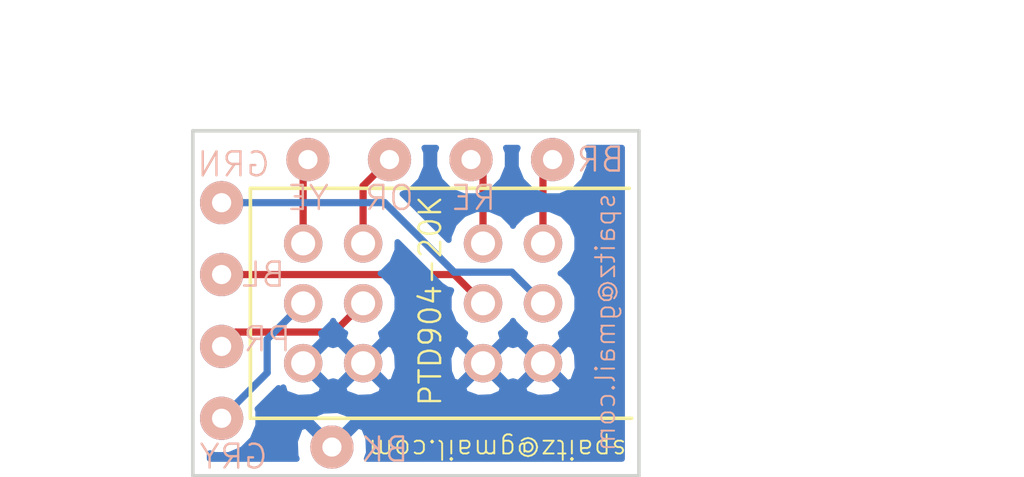
<source format=kicad_pcb>
(kicad_pcb (version 4) (host pcbnew 4.0.5)

  (general
    (links 12)
    (no_connects 0)
    (area 143.566667 80.95 186.675001 103.241242)
    (thickness 1.6)
    (drawings 18)
    (tracks 26)
    (zones 0)
    (modules 11)
    (nets 10)
  )

  (page A4)
  (layers
    (0 F.Cu signal)
    (31 B.Cu signal)
    (32 B.Adhes user)
    (33 F.Adhes user)
    (34 B.Paste user)
    (35 F.Paste user)
    (36 B.SilkS user)
    (37 F.SilkS user)
    (38 B.Mask user)
    (39 F.Mask user)
    (40 Dwgs.User user)
    (41 Cmts.User user)
    (42 Eco1.User user)
    (43 Eco2.User user)
    (44 Edge.Cuts user)
    (45 Margin user)
    (46 B.CrtYd user)
    (47 F.CrtYd user)
    (48 B.Fab user)
    (49 F.Fab user)
  )

  (setup
    (last_trace_width 0.3)
    (trace_clearance 0.2)
    (zone_clearance 0.508)
    (zone_45_only no)
    (trace_min 0.2)
    (segment_width 0.1)
    (edge_width 0.15)
    (via_size 0.6)
    (via_drill 0.4)
    (via_min_size 0.4)
    (via_min_drill 0.3)
    (uvia_size 0.3)
    (uvia_drill 0.1)
    (uvias_allowed no)
    (uvia_min_size 0.2)
    (uvia_min_drill 0.1)
    (pcb_text_width 0.1)
    (pcb_text_size 1 1)
    (mod_edge_width 0.1)
    (mod_text_size 1 1)
    (mod_text_width 0.1)
    (pad_size 1.524 1.524)
    (pad_drill 0.762)
    (pad_to_mask_clearance 0.2)
    (aux_axis_origin 0 0)
    (visible_elements FFFFFF7F)
    (pcbplotparams
      (layerselection 0x00030_80000001)
      (usegerberextensions false)
      (excludeedgelayer true)
      (linewidth 0.100000)
      (plotframeref false)
      (viasonmask false)
      (mode 1)
      (useauxorigin false)
      (hpglpennumber 1)
      (hpglpenspeed 20)
      (hpglpendiameter 15)
      (hpglpenoverlay 2)
      (psnegative false)
      (psa4output false)
      (plotreference true)
      (plotvalue true)
      (plotinvisibletext false)
      (padsonsilk false)
      (subtractmaskfromsilk false)
      (outputformat 1)
      (mirror false)
      (drillshape 1)
      (scaleselection 1)
      (outputdirectory ""))
  )

  (net 0 "")
  (net 1 "Net-(P1-Pad1)")
  (net 2 "Net-(P2-Pad1)")
  (net 3 "Net-(P3-Pad1)")
  (net 4 "Net-(P4-Pad1)")
  (net 5 "Net-(P5-Pad1)")
  (net 6 "Net-(P6-Pad1)")
  (net 7 "Net-(P7-Pad1)")
  (net 8 "Net-(P8-Pad1)")
  (net 9 GND)

  (net_class Default "This is the default net class."
    (clearance 0.2)
    (trace_width 0.3)
    (via_dia 0.6)
    (via_drill 0.4)
    (uvia_dia 0.3)
    (uvia_drill 0.1)
    (add_net GND)
    (add_net "Net-(P1-Pad1)")
    (add_net "Net-(P2-Pad1)")
    (add_net "Net-(P3-Pad1)")
    (add_net "Net-(P4-Pad1)")
    (add_net "Net-(P5-Pad1)")
    (add_net "Net-(P6-Pad1)")
    (add_net "Net-(P7-Pad1)")
    (add_net "Net-(P8-Pad1)")
  )

  (module Pot_Bourns-PTD90-double-quad (layer F.Cu) (tedit 58E2ABE8) (tstamp 58DAAEA1)
    (at 171.4 93.2 180)
    (descr "Potentiometer, double, dual,  Alps, RK97, single,")
    (tags "Potentiometer, double, dual, Alps, RK16, single, RevA, 30 July 2010,")
    (path /58DAAC50)
    (fp_text reference RV2 (at -2.54 0 180) (layer F.SilkS) hide
      (effects (font (thickness 0.3048)))
    )
    (fp_text value POT_Dual (at 2.776 -0.3 270) (layer F.SilkS) hide
      (effects (font (size 1 1) (thickness 0.15)))
    )
    (fp_line (start 0 3) (end 0 4.8) (layer Cmts.User) (width 0.15))
    (fp_line (start 0 4.8) (end 1.3 4.8) (layer Cmts.User) (width 0.15))
    (fp_line (start 0 -3) (end 0 -4.8) (layer Cmts.User) (width 0.15))
    (fp_line (start 0 -4.8) (end 1.1 -4.8) (layer Cmts.User) (width 0.15))
    (fp_line (start 17.2 -4.8) (end 17.2 4.8) (layer F.SilkS) (width 0.15))
    (fp_line (start 0 -3) (end 0 3) (layer Cmts.User) (width 0.15))
    (fp_line (start 1.4 4.8) (end 17.2 4.8) (layer F.SilkS) (width 0.15))
    (fp_line (start 17.1 -4.8) (end 1.3 -4.8) (layer F.SilkS) (width 0.15))
    (fp_line (start 0 -3) (end -15 -3) (layer Cmts.User) (width 0.15))
    (fp_line (start -15 -3) (end -15 3) (layer Cmts.User) (width 0.15))
    (fp_line (start -15 3) (end 0 3) (layer Cmts.User) (width 0.15))
    (pad 6 thru_hole circle (at 7.5 2.5 180) (size 1.6 1.6) (drill 1) (layers *.Cu *.Mask B.SilkS)
      (net 4 "Net-(P4-Pad1)"))
    (pad 3 thru_hole circle (at 5 2.5 180) (size 1.6 1.6) (drill 1) (layers *.Cu *.Mask B.SilkS)
      (net 3 "Net-(P3-Pad1)"))
    (pad 4 thru_hole circle (at 7.5 -2.5 180) (size 1.6 1.6) (drill 1) (layers *.Cu *.Mask B.SilkS)
      (net 9 GND))
    (pad 2 thru_hole circle (at 5 0 180) (size 1.6 1.6) (drill 1) (layers *.Cu *.Mask B.SilkS)
      (net 7 "Net-(P7-Pad1)"))
    (pad 5 thru_hole circle (at 7.5 0 180) (size 1.6 1.6) (drill 1) (layers *.Cu *.Mask B.SilkS)
      (net 8 "Net-(P8-Pad1)"))
    (pad 1 thru_hole circle (at 5 -2.5 180) (size 1.6 1.6) (drill 1) (layers *.Cu *.Mask B.SilkS)
      (net 9 GND))
  )

  (module Spino:SolderWirePad_single_0-8mmDrill (layer F.Cu) (tedit 58DCADF8) (tstamp 58DAAB04)
    (at 166.8 87.2 180)
    (path /58DAAF61)
    (fp_text reference P3 (at 0 2.54 180) (layer F.SilkS) hide
      (effects (font (thickness 0.3048)))
    )
    (fp_text value "IN 3" (at 0 -2.54 180) (layer F.SilkS) hide
      (effects (font (size 1.50114 1.50114) (thickness 0.20066)))
    )
    (pad 1 thru_hole circle (at 0 0 180) (size 1.8 1.8) (drill 0.8) (layers *.Cu *.Mask B.SilkS)
      (net 3 "Net-(P3-Pad1)"))
  )

  (module Spino:Pot_Bourns-PTD90-double-quad (layer F.Cu) (tedit 58DBFC87) (tstamp 58DAAE89)
    (at 163.9 93.2 180)
    (descr "Potentiometer, double, dual,  Alps, RK97, single,")
    (tags "Potentiometer, double, dual, Alps, RK16, single, RevA, 30 July 2010,")
    (path /58DAABF4)
    (fp_text reference RV1 (at -2.54 0 180) (layer F.SilkS) hide
      (effects (font (thickness 0.3048)))
    )
    (fp_text value POT_Dual (at 2.776 -0.3 270) (layer F.SilkS) hide
      (effects (font (size 1 1) (thickness 0.15)))
    )
    (pad 6 thru_hole circle (at 7.5 2.5 180) (size 1.6 1.6) (drill 1) (layers *.Cu *.Mask B.SilkS)
      (net 2 "Net-(P2-Pad1)"))
    (pad 3 thru_hole circle (at 5 2.5 180) (size 1.6 1.6) (drill 1) (layers *.Cu *.Mask B.SilkS)
      (net 1 "Net-(P1-Pad1)"))
    (pad 4 thru_hole circle (at 7.5 -2.5 180) (size 1.6 1.6) (drill 1) (layers *.Cu *.Mask B.SilkS)
      (net 9 GND))
    (pad 2 thru_hole circle (at 5 0 180) (size 1.6 1.6) (drill 1) (layers *.Cu *.Mask B.SilkS)
      (net 5 "Net-(P5-Pad1)"))
    (pad 5 thru_hole circle (at 7.5 0 180) (size 1.6 1.6) (drill 1) (layers *.Cu *.Mask B.SilkS)
      (net 6 "Net-(P6-Pad1)"))
    (pad 1 thru_hole circle (at 5 -2.5 180) (size 1.6 1.6) (drill 1) (layers *.Cu *.Mask B.SilkS)
      (net 9 GND))
  )

  (module Spino:SolderWirePad_single_0-8mmDrill (layer F.Cu) (tedit 58D678DA) (tstamp 58DAAAFA)
    (at 160 87.2 180)
    (path /58DAAEF9)
    (fp_text reference P1 (at 0 2.54 180) (layer F.SilkS) hide
      (effects (font (thickness 0.3048)))
    )
    (fp_text value "IN 1" (at 0 -2.54 180) (layer F.SilkS) hide
      (effects (font (size 1.50114 1.50114) (thickness 0.20066)))
    )
    (pad 1 thru_hole circle (at 0 0 180) (size 1.8 1.8) (drill 0.8) (layers *.Cu *.Mask B.SilkS)
      (net 1 "Net-(P1-Pad1)"))
  )

  (module Spino:SolderWirePad_single_0-8mmDrill (layer F.Cu) (tedit 58D678DA) (tstamp 58DAAAFF)
    (at 156.6 87.2 180)
    (path /58DAAF31)
    (fp_text reference P2 (at 0 2.54 180) (layer F.SilkS) hide
      (effects (font (thickness 0.3048)))
    )
    (fp_text value "IN 2" (at 0 -2.54 180) (layer F.SilkS) hide
      (effects (font (size 1.50114 1.50114) (thickness 0.20066)))
    )
    (pad 1 thru_hole circle (at 0 0 180) (size 1.8 1.8) (drill 0.8) (layers *.Cu *.Mask B.SilkS)
      (net 2 "Net-(P2-Pad1)"))
  )

  (module Spino:SolderWirePad_single_0-8mmDrill (layer F.Cu) (tedit 58D678DA) (tstamp 58DAAB09)
    (at 163.4 87.2 180)
    (path /58DAAF9E)
    (fp_text reference P4 (at 0 2.54 180) (layer F.SilkS) hide
      (effects (font (thickness 0.3048)))
    )
    (fp_text value "IN 4" (at 0 -2.54 180) (layer F.SilkS) hide
      (effects (font (size 1.50114 1.50114) (thickness 0.20066)))
    )
    (pad 1 thru_hole circle (at 0 0 180) (size 1.8 1.8) (drill 0.8) (layers *.Cu *.Mask B.SilkS)
      (net 4 "Net-(P4-Pad1)"))
  )

  (module Spino:SolderWirePad_single_0-8mmDrill (layer F.Cu) (tedit 58D678DA) (tstamp 58DAAB0E)
    (at 153 95 180)
    (path /58DAADE1)
    (fp_text reference P5 (at 0 2.54 180) (layer F.SilkS) hide
      (effects (font (thickness 0.3048)))
    )
    (fp_text value "OUT 1" (at 0 -2.54 180) (layer F.SilkS) hide
      (effects (font (size 1.50114 1.50114) (thickness 0.20066)))
    )
    (pad 1 thru_hole circle (at 0 0 180) (size 1.8 1.8) (drill 0.8) (layers *.Cu *.Mask B.SilkS)
      (net 5 "Net-(P5-Pad1)"))
  )

  (module Spino:SolderWirePad_single_0-8mmDrill (layer F.Cu) (tedit 58D678DA) (tstamp 58DAAB13)
    (at 153 98 180)
    (path /58DAAE10)
    (fp_text reference P6 (at 0 2.54 180) (layer F.SilkS) hide
      (effects (font (thickness 0.3048)))
    )
    (fp_text value "OUT 2" (at 0 -2.54 180) (layer F.SilkS) hide
      (effects (font (size 1.50114 1.50114) (thickness 0.20066)))
    )
    (pad 1 thru_hole circle (at 0 0 180) (size 1.8 1.8) (drill 0.8) (layers *.Cu *.Mask B.SilkS)
      (net 6 "Net-(P6-Pad1)"))
  )

  (module Spino:SolderWirePad_single_0-8mmDrill (layer F.Cu) (tedit 58D678DA) (tstamp 58DAAB18)
    (at 153 89 180)
    (path /58DAAE34)
    (fp_text reference P7 (at 0 2.54 180) (layer F.SilkS) hide
      (effects (font (thickness 0.3048)))
    )
    (fp_text value "OUT 3" (at 0 -2.54 180) (layer F.SilkS) hide
      (effects (font (size 1.50114 1.50114) (thickness 0.20066)))
    )
    (pad 1 thru_hole circle (at 0 0 180) (size 1.8 1.8) (drill 0.8) (layers *.Cu *.Mask B.SilkS)
      (net 7 "Net-(P7-Pad1)"))
  )

  (module Spino:SolderWirePad_single_0-8mmDrill (layer F.Cu) (tedit 58D678DA) (tstamp 58DAAB1D)
    (at 153 92 180)
    (path /58DAAE65)
    (fp_text reference P8 (at 0 2.54 180) (layer F.SilkS) hide
      (effects (font (thickness 0.3048)))
    )
    (fp_text value "OUT 4" (at 0 -2.54 180) (layer F.SilkS) hide
      (effects (font (size 1.50114 1.50114) (thickness 0.20066)))
    )
    (pad 1 thru_hole circle (at 0 0 180) (size 1.8 1.8) (drill 0.8) (layers *.Cu *.Mask B.SilkS)
      (net 8 "Net-(P8-Pad1)"))
  )

  (module Spino:SolderWirePad_single_0-8mmDrill (layer F.Cu) (tedit 58D678DA) (tstamp 58DAAC08)
    (at 157.6 99.2 180)
    (path /58DAB1A1)
    (fp_text reference P9 (at 0 2.54 180) (layer F.SilkS) hide
      (effects (font (thickness 0.3048)))
    )
    (fp_text value GND (at 0 -2.54 180) (layer F.SilkS) hide
      (effects (font (size 1.50114 1.50114) (thickness 0.20066)))
    )
    (pad 1 thru_hole circle (at 0 0 180) (size 1.8 1.8) (drill 0.8) (layers *.Cu *.Mask B.SilkS)
      (net 9 GND))
  )

  (dimension 18.6 (width 0.1) (layer Cmts.User)
    (gr_text "18.600 mm" (at 161.1 81.7) (layer Cmts.User)
      (effects (font (size 1 1) (thickness 0.1)))
    )
    (feature1 (pts (xy 170.4 84) (xy 170.4 81)))
    (feature2 (pts (xy 151.8 84) (xy 151.8 81)))
    (crossbar (pts (xy 151.8 82.4) (xy 170.4 82.4)))
    (arrow1a (pts (xy 170.4 82.4) (xy 169.273496 82.986421)))
    (arrow1b (pts (xy 170.4 82.4) (xy 169.273496 81.813579)))
    (arrow2a (pts (xy 151.8 82.4) (xy 152.926504 82.986421)))
    (arrow2b (pts (xy 151.8 82.4) (xy 152.926504 81.813579)))
  )
  (dimension 14.4 (width 0.1) (layer Cmts.User)
    (gr_text "14.400 mm" (at 147.9 93.2 270) (layer Cmts.User)
      (effects (font (size 1 1) (thickness 0.1)))
    )
    (feature1 (pts (xy 150 100.4) (xy 147.2 100.4)))
    (feature2 (pts (xy 150 86) (xy 147.2 86)))
    (crossbar (pts (xy 148.6 86) (xy 148.6 100.4)))
    (arrow1a (pts (xy 148.6 100.4) (xy 148.013579 99.273496)))
    (arrow1b (pts (xy 148.6 100.4) (xy 149.186421 99.273496)))
    (arrow2a (pts (xy 148.6 86) (xy 148.013579 87.126504)))
    (arrow2b (pts (xy 148.6 86) (xy 149.186421 87.126504)))
  )
  (gr_line (start 170.4 100.4) (end 170.4 86) (angle 90) (layer Edge.Cuts) (width 0.15))
  (gr_line (start 151.8 100.4) (end 170.4 100.4) (angle 90) (layer Edge.Cuts) (width 0.15))
  (gr_line (start 151.8 86) (end 170.4 86) (angle 90) (layer Edge.Cuts) (width 0.15))
  (gr_line (start 151.8 100.4) (end 151.8 86) (angle 90) (layer Edge.Cuts) (width 0.15))
  (gr_text spaitz@gmail.com (at 164.5 99.3 180) (layer F.SilkS)
    (effects (font (size 0.8 0.8) (thickness 0.08)))
  )
  (gr_text "PTD904-20K\n" (at 161.7 93.1 90) (layer F.SilkS)
    (effects (font (size 0.9 0.9) (thickness 0.1)))
  )
  (gr_text spaitz@gmail.com (at 169 94 90) (layer B.SilkS)
    (effects (font (size 0.8 0.8) (thickness 0.08)) (justify mirror))
  )
  (gr_text BK (at 159.8 99.3) (layer B.SilkS)
    (effects (font (size 1 1) (thickness 0.1)) (justify mirror))
  )
  (gr_text GRY (at 153.5 99.6) (layer B.SilkS)
    (effects (font (size 1 1) (thickness 0.1)) (justify mirror))
  )
  (gr_text PR (at 154.9 94.7) (layer B.SilkS)
    (effects (font (size 1 1) (thickness 0.1)) (justify mirror))
  )
  (gr_text BL (at 154.75 92) (layer B.SilkS)
    (effects (font (size 1 1) (thickness 0.1)) (justify mirror))
  )
  (gr_text GRN (at 153.5 87.4) (layer B.SilkS)
    (effects (font (size 1 1) (thickness 0.1)) (justify mirror))
  )
  (gr_text YE (at 156.6 88.8) (layer B.SilkS)
    (effects (font (size 1 1) (thickness 0.1)) (justify mirror))
  )
  (gr_text OR (at 160 88.8) (layer B.SilkS)
    (effects (font (size 1 1) (thickness 0.1)) (justify mirror))
  )
  (gr_text RE (at 163.5 88.8) (layer B.SilkS)
    (effects (font (size 1 1) (thickness 0.1)) (justify mirror))
  )
  (gr_text BR (at 168.8 87.2) (layer B.SilkS)
    (effects (font (size 1 1) (thickness 0.1)) (justify mirror))
  )

  (segment (start 160 87.2) (end 158.9 88.3) (width 0.3) (layer F.Cu) (net 1))
  (segment (start 158.9 88.3) (end 158.9 90.7) (width 0.3) (layer F.Cu) (net 1) (tstamp 58E23614))
  (segment (start 156.6 87.2) (end 156.4 87.4) (width 0.3) (layer F.Cu) (net 2))
  (segment (start 156.4 87.4) (end 156.4 90.7) (width 0.3) (layer F.Cu) (net 2) (tstamp 58E23610))
  (segment (start 166.8 87.2) (end 166.4 87.6) (width 0.3) (layer F.Cu) (net 3))
  (segment (start 166.4 87.6) (end 166.4 90.7) (width 0.3) (layer F.Cu) (net 3) (tstamp 58E2362B))
  (segment (start 163.4 87.2) (end 163.9 87.7) (width 0.3) (layer F.Cu) (net 4))
  (segment (start 163.9 87.7) (end 163.9 90.7) (width 0.3) (layer F.Cu) (net 4) (tstamp 58E23631))
  (segment (start 153 95) (end 153.6 94.4) (width 0.3) (layer F.Cu) (net 5))
  (segment (start 153.6 94.4) (end 157.7 94.4) (width 0.3) (layer F.Cu) (net 5) (tstamp 58E2369F))
  (segment (start 157.7 94.4) (end 158.9 93.2) (width 0.3) (layer F.Cu) (net 5) (tstamp 58E236A3))
  (segment (start 153 98) (end 154.9 96.1) (width 0.3) (layer B.Cu) (net 6))
  (segment (start 154.9 94.7) (end 156.4 93.2) (width 0.3) (layer B.Cu) (net 6) (tstamp 58E236B8))
  (segment (start 154.9 96.1) (end 154.9 94.7) (width 0.3) (layer B.Cu) (net 6) (tstamp 58E236B4))
  (segment (start 152.75 97.75) (end 153.15 97.75) (width 0.25) (layer B.Cu) (net 6))
  (segment (start 153 89) (end 159.6 89) (width 0.3) (layer B.Cu) (net 7))
  (segment (start 165.1 91.9) (end 166.4 93.2) (width 0.3) (layer B.Cu) (net 7) (tstamp 58E236E2))
  (segment (start 162.7 91.9) (end 165.1 91.9) (width 0.3) (layer B.Cu) (net 7) (tstamp 58E236D5))
  (segment (start 159.8 89) (end 162.7 91.9) (width 0.3) (layer B.Cu) (net 7) (tstamp 58E236D0))
  (segment (start 159.6 89) (end 159.8 89) (width 0.3) (layer B.Cu) (net 7) (tstamp 58E236CD))
  (segment (start 153 92) (end 160.6 92) (width 0.3) (layer F.Cu) (net 8))
  (segment (start 162.7 92) (end 163.9 93.2) (width 0.3) (layer F.Cu) (net 8) (tstamp 58E236AC))
  (segment (start 160.6 92) (end 162.7 92) (width 0.3) (layer F.Cu) (net 8) (tstamp 58E236A8))
  (segment (start 153 92) (end 153.1 92.1) (width 0.3) (layer F.Cu) (net 8))
  (segment (start 152.75 92) (end 152.95 92.2) (width 0.25) (layer F.Cu) (net 8))
  (segment (start 152.75 92.25) (end 152.8 92.2) (width 0.25) (layer F.Cu) (net 8))

  (zone (net 9) (net_name GND) (layer B.Cu) (tstamp 58E23F57) (hatch edge 0.508)
    (connect_pads (clearance 0.508))
    (min_thickness 0.254)
    (fill yes (arc_segments 16) (thermal_gap 0.508) (thermal_bridge_width 0.508))
    (polygon
      (pts
        (xy 151.9 86.1) (xy 170.3 86.1) (xy 170.3 100.3) (xy 151.9 100.3)
      )
    )
    (filled_polygon
      (pts
        (xy 161.865267 86.89333) (xy 161.864735 87.503991) (xy 162.097932 88.068371) (xy 162.529357 88.500551) (xy 163.09333 88.734733)
        (xy 163.703991 88.735265) (xy 164.268371 88.502068) (xy 164.700551 88.070643) (xy 164.934733 87.50667) (xy 164.935265 86.896009)
        (xy 164.858408 86.71) (xy 165.341392 86.71) (xy 165.265267 86.89333) (xy 165.264735 87.503991) (xy 165.497932 88.068371)
        (xy 165.929357 88.500551) (xy 166.49333 88.734733) (xy 167.103991 88.735265) (xy 167.668371 88.502068) (xy 168.100551 88.070643)
        (xy 168.334733 87.50667) (xy 168.335265 86.896009) (xy 168.258408 86.71) (xy 169.69 86.71) (xy 169.69 99.69)
        (xy 159.055236 99.69) (xy 159.146458 99.440664) (xy 159.120839 98.83054) (xy 158.936643 98.385852) (xy 158.680159 98.299446)
        (xy 157.779605 99.2) (xy 157.793748 99.214143) (xy 157.614143 99.393748) (xy 157.6 99.379605) (xy 157.585858 99.393748)
        (xy 157.406253 99.214143) (xy 157.420395 99.2) (xy 156.519841 98.299446) (xy 156.263357 98.385852) (xy 156.053542 98.959336)
        (xy 156.079161 99.56946) (xy 156.12909 99.69) (xy 152.51 99.69) (xy 152.51 99.458608) (xy 152.69333 99.534733)
        (xy 153.303991 99.535265) (xy 153.868371 99.302068) (xy 154.300551 98.870643) (xy 154.534733 98.30667) (xy 154.534895 98.119841)
        (xy 156.699446 98.119841) (xy 157.6 99.020395) (xy 158.500554 98.119841) (xy 158.414148 97.863357) (xy 157.840664 97.653542)
        (xy 157.23054 97.679161) (xy 156.785852 97.863357) (xy 156.699446 98.119841) (xy 154.534895 98.119841) (xy 154.535265 97.696009)
        (xy 154.499853 97.610305) (xy 155.372261 96.737897) (xy 155.456986 96.822622) (xy 155.571861 96.707747) (xy 155.645995 96.953864)
        (xy 156.183223 97.146965) (xy 156.753454 97.119778) (xy 157.154005 96.953864) (xy 157.228139 96.707745) (xy 158.071861 96.707745)
        (xy 158.145995 96.953864) (xy 158.683223 97.146965) (xy 159.253454 97.119778) (xy 159.654005 96.953864) (xy 159.728139 96.707745)
        (xy 163.071861 96.707745) (xy 163.145995 96.953864) (xy 163.683223 97.146965) (xy 164.253454 97.119778) (xy 164.654005 96.953864)
        (xy 164.728139 96.707745) (xy 165.571861 96.707745) (xy 165.645995 96.953864) (xy 166.183223 97.146965) (xy 166.753454 97.119778)
        (xy 167.154005 96.953864) (xy 167.228139 96.707745) (xy 166.4 95.879605) (xy 165.571861 96.707745) (xy 164.728139 96.707745)
        (xy 163.9 95.879605) (xy 163.071861 96.707745) (xy 159.728139 96.707745) (xy 158.9 95.879605) (xy 158.071861 96.707745)
        (xy 157.228139 96.707745) (xy 156.4 95.879605) (xy 156.385858 95.893748) (xy 156.206252 95.714142) (xy 156.220395 95.7)
        (xy 156.579605 95.7) (xy 157.407745 96.528139) (xy 157.65 96.455169) (xy 157.892255 96.528139) (xy 158.720395 95.7)
        (xy 159.079605 95.7) (xy 159.907745 96.528139) (xy 160.153864 96.454005) (xy 160.346965 95.916777) (xy 160.326295 95.483223)
        (xy 162.453035 95.483223) (xy 162.480222 96.053454) (xy 162.646136 96.454005) (xy 162.892255 96.528139) (xy 163.720395 95.7)
        (xy 164.079605 95.7) (xy 164.907745 96.528139) (xy 165.15 96.455169) (xy 165.392255 96.528139) (xy 166.220395 95.7)
        (xy 166.579605 95.7) (xy 167.407745 96.528139) (xy 167.653864 96.454005) (xy 167.846965 95.916777) (xy 167.819778 95.346546)
        (xy 167.653864 94.945995) (xy 167.407745 94.871861) (xy 166.579605 95.7) (xy 166.220395 95.7) (xy 165.392255 94.871861)
        (xy 165.15 94.944831) (xy 164.907745 94.871861) (xy 164.079605 95.7) (xy 163.720395 95.7) (xy 162.892255 94.871861)
        (xy 162.646136 94.945995) (xy 162.453035 95.483223) (xy 160.326295 95.483223) (xy 160.319778 95.346546) (xy 160.153864 94.945995)
        (xy 159.907745 94.871861) (xy 159.079605 95.7) (xy 158.720395 95.7) (xy 157.892255 94.871861) (xy 157.65 94.944831)
        (xy 157.407745 94.871861) (xy 156.579605 95.7) (xy 156.220395 95.7) (xy 156.206252 95.685858) (xy 156.385858 95.506252)
        (xy 156.4 95.520395) (xy 157.228139 94.692255) (xy 157.154005 94.446136) (xy 157.147517 94.443804) (xy 157.2118 94.417243)
        (xy 157.615824 94.013923) (xy 157.649813 93.932069) (xy 157.682757 94.0118) (xy 158.086077 94.415824) (xy 158.152544 94.443423)
        (xy 158.145995 94.446136) (xy 158.071861 94.692255) (xy 158.9 95.520395) (xy 159.728139 94.692255) (xy 159.654005 94.446136)
        (xy 159.647517 94.443804) (xy 159.7118 94.417243) (xy 160.115824 94.013923) (xy 160.33475 93.486691) (xy 160.335248 92.915813)
        (xy 160.117243 92.3882) (xy 159.713923 91.984176) (xy 159.632069 91.950187) (xy 159.7118 91.917243) (xy 160.115824 91.513923)
        (xy 160.33475 90.986691) (xy 160.335048 90.645206) (xy 162.144921 92.455079) (xy 162.399593 92.625245) (xy 162.570729 92.659286)
        (xy 162.46525 92.913309) (xy 162.464752 93.484187) (xy 162.682757 94.0118) (xy 163.086077 94.415824) (xy 163.152544 94.443423)
        (xy 163.145995 94.446136) (xy 163.071861 94.692255) (xy 163.9 95.520395) (xy 164.728139 94.692255) (xy 164.654005 94.446136)
        (xy 164.647517 94.443804) (xy 164.7118 94.417243) (xy 165.115824 94.013923) (xy 165.149813 93.932069) (xy 165.182757 94.0118)
        (xy 165.586077 94.415824) (xy 165.652544 94.443423) (xy 165.645995 94.446136) (xy 165.571861 94.692255) (xy 166.4 95.520395)
        (xy 167.228139 94.692255) (xy 167.154005 94.446136) (xy 167.147517 94.443804) (xy 167.2118 94.417243) (xy 167.615824 94.013923)
        (xy 167.83475 93.486691) (xy 167.835248 92.915813) (xy 167.617243 92.3882) (xy 167.213923 91.984176) (xy 167.132069 91.950187)
        (xy 167.2118 91.917243) (xy 167.615824 91.513923) (xy 167.83475 90.986691) (xy 167.835248 90.415813) (xy 167.617243 89.8882)
        (xy 167.213923 89.484176) (xy 166.686691 89.26525) (xy 166.115813 89.264752) (xy 165.5882 89.482757) (xy 165.184176 89.886077)
        (xy 165.150187 89.967931) (xy 165.117243 89.8882) (xy 164.713923 89.484176) (xy 164.186691 89.26525) (xy 163.615813 89.264752)
        (xy 163.0882 89.482757) (xy 162.684176 89.886077) (xy 162.46525 90.413309) (xy 162.465126 90.554968) (xy 160.545594 88.635436)
        (xy 160.868371 88.502068) (xy 161.300551 88.070643) (xy 161.534733 87.50667) (xy 161.535265 86.896009) (xy 161.458408 86.71)
        (xy 161.941392 86.71)
      )
    )
  )
)

</source>
